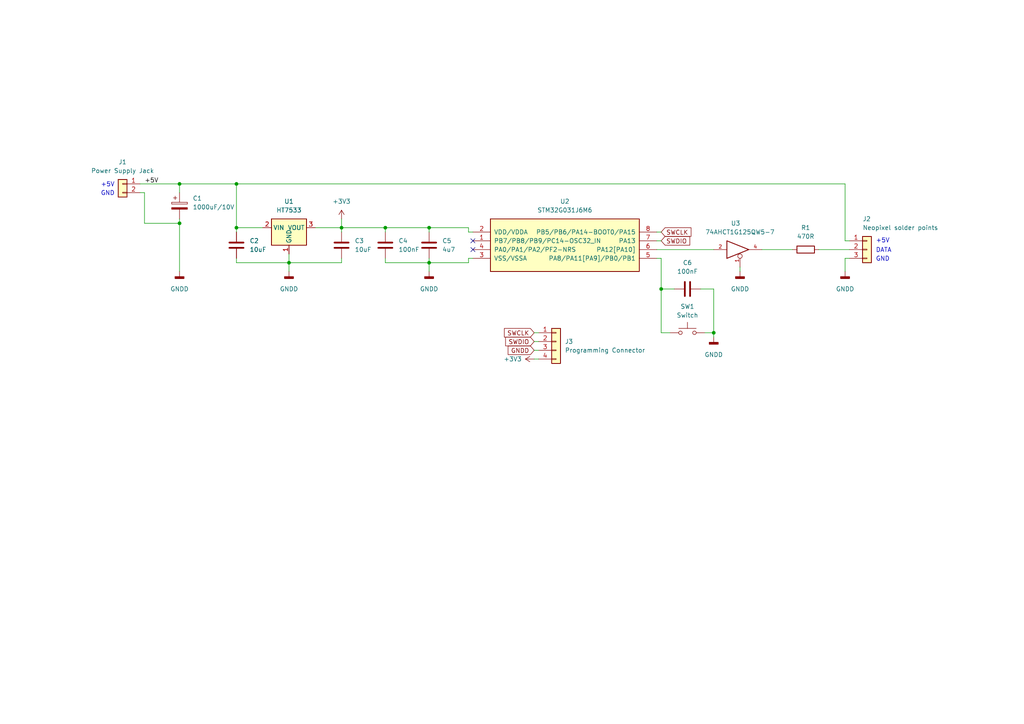
<source format=kicad_sch>
(kicad_sch (version 20211123) (generator eeschema)

  (uuid a4cc4f2d-ef71-44b5-8670-3f57151fb803)

  (paper "A4")

  (title_block
    (title "Neopixel LED Star")
    (date "2022-09-18")
    (company "Richi")
  )

  (lib_symbols
    (symbol "Neopixel_LED_Star:+3.3V" (power) (pin_names (offset 0)) (in_bom yes) (on_board yes)
      (property "Reference" "#PWR" (id 0) (at 0 -3.81 0)
        (effects (font (size 1.27 1.27)) hide)
      )
      (property "Value" "+3.3V" (id 1) (at 0 3.556 0)
        (effects (font (size 1.27 1.27)))
      )
      (property "Footprint" "" (id 2) (at 0 0 0)
        (effects (font (size 1.27 1.27)) hide)
      )
      (property "Datasheet" "" (id 3) (at 0 0 0)
        (effects (font (size 1.27 1.27)) hide)
      )
      (property "ki_keywords" "power-flag" (id 4) (at 0 0 0)
        (effects (font (size 1.27 1.27)) hide)
      )
      (property "ki_description" "Power symbol creates a global label with name \"+3.3V\"" (id 5) (at 0 0 0)
        (effects (font (size 1.27 1.27)) hide)
      )
      (symbol "+3.3V_0_1"
        (polyline
          (pts
            (xy -0.762 1.27)
            (xy 0 2.54)
          )
          (stroke (width 0) (type default) (color 0 0 0 0))
          (fill (type none))
        )
        (polyline
          (pts
            (xy 0 0)
            (xy 0 2.54)
          )
          (stroke (width 0) (type default) (color 0 0 0 0))
          (fill (type none))
        )
        (polyline
          (pts
            (xy 0 2.54)
            (xy 0.762 1.27)
          )
          (stroke (width 0) (type default) (color 0 0 0 0))
          (fill (type none))
        )
      )
      (symbol "+3.3V_1_1"
        (pin power_in line (at 0 0 90) (length 0) hide
          (name "+3V3" (effects (font (size 1.27 1.27))))
          (number "1" (effects (font (size 1.27 1.27))))
        )
      )
    )
    (symbol "Neopixel_LED_Star:74AHCT1G125QW5-7" (pin_names (offset 1.016)) (in_bom yes) (on_board yes)
      (property "Reference" "U?" (id 0) (at -0.635 5.08 0)
        (effects (font (size 1.27 1.27)))
      )
      (property "Value" "74AHCT1G125QW5-7" (id 1) (at -0.635 7.62 0)
        (effects (font (size 1.27 1.27)))
      )
      (property "Footprint" "" (id 2) (at 0 0 0)
        (effects (font (size 1.27 1.27)) hide)
      )
      (property "Datasheet" "http://www.ti.com/lit/sg/scyt129e/scyt129e.pdf" (id 3) (at 0 0 0)
        (effects (font (size 1.27 1.27)) hide)
      )
      (property "ki_keywords" "Single Gate Buff Tri-State LVC CMOS" (id 4) (at 0 0 0)
        (effects (font (size 1.27 1.27)) hide)
      )
      (property "ki_description" "Single Buffer Gate Tri-State, Low-Voltage CMOS" (id 5) (at 0 0 0)
        (effects (font (size 1.27 1.27)) hide)
      )
      (property "ki_fp_filters" "SOT* SG-*" (id 6) (at 0 0 0)
        (effects (font (size 1.27 1.27)) hide)
      )
      (symbol "74AHCT1G125QW5-7_0_1"
        (polyline
          (pts
            (xy -3.81 2.54)
            (xy -3.81 -2.54)
            (xy 2.54 0)
            (xy -3.81 2.54)
          )
          (stroke (width 0.254) (type default) (color 0 0 0 0))
          (fill (type none))
        )
      )
      (symbol "74AHCT1G125QW5-7_1_1"
        (pin input inverted (at 0 5.08 270) (length 3.81)
          (name "~" (effects (font (size 1.016 1.016))))
          (number "1" (effects (font (size 1.016 1.016))))
        )
        (pin input line (at -7.62 0 0) (length 3.81)
          (name "~" (effects (font (size 1.016 1.016))))
          (number "2" (effects (font (size 1.016 1.016))))
        )
        (pin power_in line (at 1.27 -1.27 270) (length 0) hide
          (name "GNDD" (effects (font (size 1.016 1.016))))
          (number "3" (effects (font (size 1.016 1.016))))
        )
        (pin tri_state line (at 6.35 0 180) (length 3.81)
          (name "~" (effects (font (size 1.016 1.016))))
          (number "4" (effects (font (size 1.016 1.016))))
        )
        (pin power_in line (at 1.27 1.27 90) (length 0) hide
          (name "+5V" (effects (font (size 1.016 1.016))))
          (number "5" (effects (font (size 1.016 1.016))))
        )
      )
    )
    (symbol "Neopixel_LED_Star:C" (pin_numbers hide) (pin_names (offset 0.254)) (in_bom yes) (on_board yes)
      (property "Reference" "C" (id 0) (at 0.635 2.54 0)
        (effects (font (size 1.27 1.27)) (justify left))
      )
      (property "Value" "C" (id 1) (at 0.635 -2.54 0)
        (effects (font (size 1.27 1.27)) (justify left))
      )
      (property "Footprint" "" (id 2) (at 0.9652 -3.81 0)
        (effects (font (size 1.27 1.27)) hide)
      )
      (property "Datasheet" "~" (id 3) (at 0 0 0)
        (effects (font (size 1.27 1.27)) hide)
      )
      (property "ki_keywords" "cap capacitor" (id 4) (at 0 0 0)
        (effects (font (size 1.27 1.27)) hide)
      )
      (property "ki_description" "Unpolarized capacitor" (id 5) (at 0 0 0)
        (effects (font (size 1.27 1.27)) hide)
      )
      (property "ki_fp_filters" "C_*" (id 6) (at 0 0 0)
        (effects (font (size 1.27 1.27)) hide)
      )
      (symbol "C_0_1"
        (polyline
          (pts
            (xy -2.032 -0.762)
            (xy 2.032 -0.762)
          )
          (stroke (width 0.508) (type default) (color 0 0 0 0))
          (fill (type none))
        )
        (polyline
          (pts
            (xy -2.032 0.762)
            (xy 2.032 0.762)
          )
          (stroke (width 0.508) (type default) (color 0 0 0 0))
          (fill (type none))
        )
      )
      (symbol "C_1_1"
        (pin passive line (at 0 3.81 270) (length 2.794)
          (name "~" (effects (font (size 1.27 1.27))))
          (number "1" (effects (font (size 1.27 1.27))))
        )
        (pin passive line (at 0 -3.81 90) (length 2.794)
          (name "~" (effects (font (size 1.27 1.27))))
          (number "2" (effects (font (size 1.27 1.27))))
        )
      )
    )
    (symbol "Neopixel_LED_Star:C_Polarized" (pin_numbers hide) (pin_names (offset 0.254)) (in_bom yes) (on_board yes)
      (property "Reference" "C" (id 0) (at 0.635 2.54 0)
        (effects (font (size 1.27 1.27)) (justify left))
      )
      (property "Value" "C_Polarized" (id 1) (at 0.635 -2.54 0)
        (effects (font (size 1.27 1.27)) (justify left))
      )
      (property "Footprint" "" (id 2) (at 0.9652 -3.81 0)
        (effects (font (size 1.27 1.27)) hide)
      )
      (property "Datasheet" "~" (id 3) (at 0 0 0)
        (effects (font (size 1.27 1.27)) hide)
      )
      (property "ki_keywords" "cap capacitor" (id 4) (at 0 0 0)
        (effects (font (size 1.27 1.27)) hide)
      )
      (property "ki_description" "Polarized capacitor" (id 5) (at 0 0 0)
        (effects (font (size 1.27 1.27)) hide)
      )
      (property "ki_fp_filters" "CP_*" (id 6) (at 0 0 0)
        (effects (font (size 1.27 1.27)) hide)
      )
      (symbol "C_Polarized_0_1"
        (rectangle (start -2.286 0.508) (end 2.286 1.016)
          (stroke (width 0) (type default) (color 0 0 0 0))
          (fill (type none))
        )
        (polyline
          (pts
            (xy -1.778 2.286)
            (xy -0.762 2.286)
          )
          (stroke (width 0) (type default) (color 0 0 0 0))
          (fill (type none))
        )
        (polyline
          (pts
            (xy -1.27 2.794)
            (xy -1.27 1.778)
          )
          (stroke (width 0) (type default) (color 0 0 0 0))
          (fill (type none))
        )
        (rectangle (start 2.286 -0.508) (end -2.286 -1.016)
          (stroke (width 0) (type default) (color 0 0 0 0))
          (fill (type outline))
        )
      )
      (symbol "C_Polarized_1_1"
        (pin passive line (at 0 3.81 270) (length 2.794)
          (name "~" (effects (font (size 1.27 1.27))))
          (number "1" (effects (font (size 1.27 1.27))))
        )
        (pin passive line (at 0 -3.81 90) (length 2.794)
          (name "~" (effects (font (size 1.27 1.27))))
          (number "2" (effects (font (size 1.27 1.27))))
        )
      )
    )
    (symbol "Neopixel_LED_Star:Conn_01x02" (pin_names (offset 1.016) hide) (in_bom yes) (on_board yes)
      (property "Reference" "J" (id 0) (at 0 2.54 0)
        (effects (font (size 1.27 1.27)))
      )
      (property "Value" "Conn_01x02" (id 1) (at 0 -5.08 0)
        (effects (font (size 1.27 1.27)))
      )
      (property "Footprint" "" (id 2) (at 0 0 0)
        (effects (font (size 1.27 1.27)) hide)
      )
      (property "Datasheet" "~" (id 3) (at 0 0 0)
        (effects (font (size 1.27 1.27)) hide)
      )
      (property "ki_keywords" "connector" (id 4) (at 0 0 0)
        (effects (font (size 1.27 1.27)) hide)
      )
      (property "ki_description" "Generic connector, single row, 01x02, script generated (kicad-library-utils/schlib/autogen/connector/)" (id 5) (at 0 0 0)
        (effects (font (size 1.27 1.27)) hide)
      )
      (property "ki_fp_filters" "Connector*:*_1x??_*" (id 6) (at 0 0 0)
        (effects (font (size 1.27 1.27)) hide)
      )
      (symbol "Conn_01x02_1_1"
        (rectangle (start -1.27 -2.413) (end 0 -2.667)
          (stroke (width 0.1524) (type default) (color 0 0 0 0))
          (fill (type none))
        )
        (rectangle (start -1.27 0.127) (end 0 -0.127)
          (stroke (width 0.1524) (type default) (color 0 0 0 0))
          (fill (type none))
        )
        (rectangle (start -1.27 1.27) (end 1.27 -3.81)
          (stroke (width 0.254) (type default) (color 0 0 0 0))
          (fill (type background))
        )
        (pin passive line (at -5.08 0 0) (length 3.81)
          (name "Pin_1" (effects (font (size 1.27 1.27))))
          (number "1" (effects (font (size 1.27 1.27))))
        )
        (pin passive line (at -5.08 -2.54 0) (length 3.81)
          (name "Pin_2" (effects (font (size 1.27 1.27))))
          (number "2" (effects (font (size 1.27 1.27))))
        )
      )
    )
    (symbol "Neopixel_LED_Star:Conn_01x03" (pin_names (offset 1.016) hide) (in_bom yes) (on_board yes)
      (property "Reference" "J" (id 0) (at 0 5.08 0)
        (effects (font (size 1.27 1.27)))
      )
      (property "Value" "Conn_01x03" (id 1) (at 0 -5.08 0)
        (effects (font (size 1.27 1.27)))
      )
      (property "Footprint" "" (id 2) (at 0 0 0)
        (effects (font (size 1.27 1.27)) hide)
      )
      (property "Datasheet" "~" (id 3) (at 0 0 0)
        (effects (font (size 1.27 1.27)) hide)
      )
      (property "ki_keywords" "connector" (id 4) (at 0 0 0)
        (effects (font (size 1.27 1.27)) hide)
      )
      (property "ki_description" "Generic connector, single row, 01x03, script generated (kicad-library-utils/schlib/autogen/connector/)" (id 5) (at 0 0 0)
        (effects (font (size 1.27 1.27)) hide)
      )
      (property "ki_fp_filters" "Connector*:*_1x??_*" (id 6) (at 0 0 0)
        (effects (font (size 1.27 1.27)) hide)
      )
      (symbol "Conn_01x03_1_1"
        (rectangle (start -1.27 -2.413) (end 0 -2.667)
          (stroke (width 0.1524) (type default) (color 0 0 0 0))
          (fill (type none))
        )
        (rectangle (start -1.27 0.127) (end 0 -0.127)
          (stroke (width 0.1524) (type default) (color 0 0 0 0))
          (fill (type none))
        )
        (rectangle (start -1.27 2.667) (end 0 2.413)
          (stroke (width 0.1524) (type default) (color 0 0 0 0))
          (fill (type none))
        )
        (rectangle (start -1.27 3.81) (end 1.27 -3.81)
          (stroke (width 0.254) (type default) (color 0 0 0 0))
          (fill (type background))
        )
        (pin passive line (at -5.08 2.54 0) (length 3.81)
          (name "Pin_1" (effects (font (size 1.27 1.27))))
          (number "1" (effects (font (size 1.27 1.27))))
        )
        (pin passive line (at -5.08 0 0) (length 3.81)
          (name "Pin_2" (effects (font (size 1.27 1.27))))
          (number "2" (effects (font (size 1.27 1.27))))
        )
        (pin passive line (at -5.08 -2.54 0) (length 3.81)
          (name "Pin_3" (effects (font (size 1.27 1.27))))
          (number "3" (effects (font (size 1.27 1.27))))
        )
      )
    )
    (symbol "Neopixel_LED_Star:Conn_01x04" (pin_names (offset 1.016) hide) (in_bom yes) (on_board yes)
      (property "Reference" "J" (id 0) (at 0 5.08 0)
        (effects (font (size 1.27 1.27)))
      )
      (property "Value" "Conn_01x04" (id 1) (at 0 -7.62 0)
        (effects (font (size 1.27 1.27)))
      )
      (property "Footprint" "" (id 2) (at 0 0 0)
        (effects (font (size 1.27 1.27)) hide)
      )
      (property "Datasheet" "~" (id 3) (at 0 0 0)
        (effects (font (size 1.27 1.27)) hide)
      )
      (property "ki_keywords" "connector" (id 4) (at 0 0 0)
        (effects (font (size 1.27 1.27)) hide)
      )
      (property "ki_description" "Generic connector, single row, 01x04, script generated (kicad-library-utils/schlib/autogen/connector/)" (id 5) (at 0 0 0)
        (effects (font (size 1.27 1.27)) hide)
      )
      (property "ki_fp_filters" "Connector*:*_1x??_*" (id 6) (at 0 0 0)
        (effects (font (size 1.27 1.27)) hide)
      )
      (symbol "Conn_01x04_1_1"
        (rectangle (start -1.27 -4.953) (end 0 -5.207)
          (stroke (width 0.1524) (type default) (color 0 0 0 0))
          (fill (type none))
        )
        (rectangle (start -1.27 -2.413) (end 0 -2.667)
          (stroke (width 0.1524) (type default) (color 0 0 0 0))
          (fill (type none))
        )
        (rectangle (start -1.27 0.127) (end 0 -0.127)
          (stroke (width 0.1524) (type default) (color 0 0 0 0))
          (fill (type none))
        )
        (rectangle (start -1.27 2.667) (end 0 2.413)
          (stroke (width 0.1524) (type default) (color 0 0 0 0))
          (fill (type none))
        )
        (rectangle (start -1.27 3.81) (end 1.27 -6.35)
          (stroke (width 0.254) (type default) (color 0 0 0 0))
          (fill (type background))
        )
        (pin passive line (at -5.08 2.54 0) (length 3.81)
          (name "Pin_1" (effects (font (size 1.27 1.27))))
          (number "1" (effects (font (size 1.27 1.27))))
        )
        (pin passive line (at -5.08 0 0) (length 3.81)
          (name "Pin_2" (effects (font (size 1.27 1.27))))
          (number "2" (effects (font (size 1.27 1.27))))
        )
        (pin passive line (at -5.08 -2.54 0) (length 3.81)
          (name "Pin_3" (effects (font (size 1.27 1.27))))
          (number "3" (effects (font (size 1.27 1.27))))
        )
        (pin passive line (at -5.08 -5.08 0) (length 3.81)
          (name "Pin_4" (effects (font (size 1.27 1.27))))
          (number "4" (effects (font (size 1.27 1.27))))
        )
      )
    )
    (symbol "Neopixel_LED_Star:GNDD" (power) (pin_names (offset 0)) (in_bom yes) (on_board yes)
      (property "Reference" "#PWR" (id 0) (at 0 -6.35 0)
        (effects (font (size 1.27 1.27)) hide)
      )
      (property "Value" "GNDD" (id 1) (at 0 -3.175 0)
        (effects (font (size 1.27 1.27)))
      )
      (property "Footprint" "" (id 2) (at 0 0 0)
        (effects (font (size 1.27 1.27)) hide)
      )
      (property "Datasheet" "" (id 3) (at 0 0 0)
        (effects (font (size 1.27 1.27)) hide)
      )
      (property "ki_keywords" "power-flag" (id 4) (at 0 0 0)
        (effects (font (size 1.27 1.27)) hide)
      )
      (property "ki_description" "Power symbol creates a global label with name \"GNDD\" , digital ground" (id 5) (at 0 0 0)
        (effects (font (size 1.27 1.27)) hide)
      )
      (symbol "GNDD_0_1"
        (rectangle (start -1.27 -1.524) (end 1.27 -2.032)
          (stroke (width 0.254) (type default) (color 0 0 0 0))
          (fill (type outline))
        )
        (polyline
          (pts
            (xy 0 0)
            (xy 0 -1.524)
          )
          (stroke (width 0) (type default) (color 0 0 0 0))
          (fill (type none))
        )
      )
      (symbol "GNDD_1_1"
        (pin power_in line (at 0 0 270) (length 0) hide
          (name "GNDD" (effects (font (size 1.27 1.27))))
          (number "1" (effects (font (size 1.27 1.27))))
        )
      )
    )
    (symbol "Neopixel_LED_Star:HT75xx-1-SOT89" (in_bom yes) (on_board yes)
      (property "Reference" "U" (id 0) (at -5.08 -3.81 0)
        (effects (font (size 1.27 1.27)) (justify left))
      )
      (property "Value" "HT75xx-1-SOT89" (id 1) (at 0 6.35 0)
        (effects (font (size 1.27 1.27)))
      )
      (property "Footprint" "Package_TO_SOT_SMD:SOT-89-3" (id 2) (at 0 8.255 0)
        (effects (font (size 1.27 1.27) italic) hide)
      )
      (property "Datasheet" "https://www.holtek.com/documents/10179/116711/HT75xx-1v250.pdf" (id 3) (at 0 2.54 0)
        (effects (font (size 1.27 1.27)) hide)
      )
      (property "ki_keywords" "100mA LDO Regulator Fixed Positive" (id 4) (at 0 0 0)
        (effects (font (size 1.27 1.27)) hide)
      )
      (property "ki_description" "100mA Low Dropout Voltage Regulator, Fixed Output, SOT89" (id 5) (at 0 0 0)
        (effects (font (size 1.27 1.27)) hide)
      )
      (property "ki_fp_filters" "SOT?89*" (id 6) (at 0 0 0)
        (effects (font (size 1.27 1.27)) hide)
      )
      (symbol "HT75xx-1-SOT89_0_1"
        (rectangle (start -5.08 5.08) (end 5.08 -2.54)
          (stroke (width 0.254) (type default) (color 0 0 0 0))
          (fill (type background))
        )
      )
      (symbol "HT75xx-1-SOT89_1_1"
        (pin power_in line (at 0 -5.08 90) (length 2.54)
          (name "GND" (effects (font (size 1.27 1.27))))
          (number "1" (effects (font (size 1.27 1.27))))
        )
        (pin power_in line (at -7.62 2.54 0) (length 2.54)
          (name "VIN" (effects (font (size 1.27 1.27))))
          (number "2" (effects (font (size 1.27 1.27))))
        )
        (pin power_out line (at 7.62 2.54 180) (length 2.54)
          (name "VOUT" (effects (font (size 1.27 1.27))))
          (number "3" (effects (font (size 1.27 1.27))))
        )
      )
    )
    (symbol "Neopixel_LED_Star:R" (pin_numbers hide) (pin_names (offset 0)) (in_bom yes) (on_board yes)
      (property "Reference" "R" (id 0) (at 2.032 0 90)
        (effects (font (size 1.27 1.27)))
      )
      (property "Value" "R" (id 1) (at 0 0 90)
        (effects (font (size 1.27 1.27)))
      )
      (property "Footprint" "" (id 2) (at -1.778 0 90)
        (effects (font (size 1.27 1.27)) hide)
      )
      (property "Datasheet" "~" (id 3) (at 0 0 0)
        (effects (font (size 1.27 1.27)) hide)
      )
      (property "ki_keywords" "R res resistor" (id 4) (at 0 0 0)
        (effects (font (size 1.27 1.27)) hide)
      )
      (property "ki_description" "Resistor" (id 5) (at 0 0 0)
        (effects (font (size 1.27 1.27)) hide)
      )
      (property "ki_fp_filters" "R_*" (id 6) (at 0 0 0)
        (effects (font (size 1.27 1.27)) hide)
      )
      (symbol "R_0_1"
        (rectangle (start -1.016 -2.54) (end 1.016 2.54)
          (stroke (width 0.254) (type default) (color 0 0 0 0))
          (fill (type none))
        )
      )
      (symbol "R_1_1"
        (pin passive line (at 0 3.81 270) (length 1.27)
          (name "~" (effects (font (size 1.27 1.27))))
          (number "1" (effects (font (size 1.27 1.27))))
        )
        (pin passive line (at 0 -3.81 90) (length 1.27)
          (name "~" (effects (font (size 1.27 1.27))))
          (number "2" (effects (font (size 1.27 1.27))))
        )
      )
    )
    (symbol "Neopixel_LED_Star:STM32G031J6M6" (pin_names (offset 1.016)) (in_bom yes) (on_board yes)
      (property "Reference" "U" (id 0) (at -20.32 8.89 0)
        (effects (font (size 1.27 1.27)) (justify left))
      )
      (property "Value" "STM32G031J6M6" (id 1) (at 3.81 8.89 0)
        (effects (font (size 1.27 1.27)) (justify left))
      )
      (property "Footprint" "Neopixel_LED_Star:SOIC-8_3.9x4.9mm_P1.27mm" (id 2) (at 7.62 11.43 0)
        (effects (font (size 1.27 1.27)) hide)
      )
      (property "Datasheet" "https://www.st.com/resource/en/datasheet/stm32g031j6.pdf" (id 3) (at 1.27 -8.89 0)
        (effects (font (size 1.27 1.27)) hide)
      )
      (property "ki_description" "Arm® 32-bit Cortex®-M0+ CPU, frequency up to 64 MHz, 32kB Flash Memory, 8kB SRAM" (id 4) (at 0 0 0)
        (effects (font (size 1.27 1.27)) hide)
      )
      (property "ki_fp_filters" "DIP*W7.62mm*" (id 5) (at 0 0 0)
        (effects (font (size 1.27 1.27)) hide)
      )
      (symbol "STM32G031J6M6_0_1"
        (rectangle (start -21.59 7.62) (end 21.59 -7.62)
          (stroke (width 0.254) (type default) (color 0 0 0 0))
          (fill (type background))
        )
      )
      (symbol "STM32G031J6M6_1_1"
        (pin bidirectional line (at -26.67 1.27 0) (length 5.08)
          (name "PB7/PB8/PB9/PC14-OSC32_IN" (effects (font (size 1.27 1.27))))
          (number "1" (effects (font (size 1.27 1.27))))
        )
        (pin power_in line (at -26.67 3.81 0) (length 5.08)
          (name "VDD/VDDA" (effects (font (size 1.27 1.27))))
          (number "2" (effects (font (size 1.27 1.27))))
        )
        (pin power_in line (at -26.67 -3.81 0) (length 5.08)
          (name "VSS/VSSA" (effects (font (size 1.27 1.27))))
          (number "3" (effects (font (size 1.27 1.27))))
        )
        (pin bidirectional line (at -26.67 -1.27 0) (length 5.08)
          (name "PA0/PA1/PA2/PF2-NRS" (effects (font (size 1.27 1.27))))
          (number "4" (effects (font (size 1.27 1.27))))
        )
        (pin bidirectional line (at 26.67 -3.81 180) (length 5.08)
          (name "PA8/PA11[PA9]/PB0/PB1" (effects (font (size 1.27 1.27))))
          (number "5" (effects (font (size 1.27 1.27))))
        )
        (pin bidirectional line (at 26.67 -1.27 180) (length 5.08)
          (name "PA12[PA10]" (effects (font (size 1.27 1.27))))
          (number "6" (effects (font (size 1.27 1.27))))
        )
        (pin bidirectional line (at 26.67 1.27 180) (length 5.08)
          (name "PA13" (effects (font (size 1.27 1.27))))
          (number "7" (effects (font (size 1.27 1.27))))
        )
        (pin bidirectional line (at 26.67 3.81 180) (length 5.08)
          (name "PB5/PB6/PA14-BOOT0/PA15" (effects (font (size 1.27 1.27))))
          (number "8" (effects (font (size 1.27 1.27))))
        )
      )
    )
    (symbol "Neopixel_LED_Star:SW_Push" (pin_numbers hide) (pin_names (offset 1.016) hide) (in_bom yes) (on_board yes)
      (property "Reference" "SW" (id 0) (at 1.27 2.54 0)
        (effects (font (size 1.27 1.27)) (justify left))
      )
      (property "Value" "SW_Push" (id 1) (at 0 -1.524 0)
        (effects (font (size 1.27 1.27)))
      )
      (property "Footprint" "" (id 2) (at 0 5.08 0)
        (effects (font (size 1.27 1.27)) hide)
      )
      (property "Datasheet" "~" (id 3) (at 0 5.08 0)
        (effects (font (size 1.27 1.27)) hide)
      )
      (property "ki_keywords" "switch normally-open pushbutton push-button" (id 4) (at 0 0 0)
        (effects (font (size 1.27 1.27)) hide)
      )
      (property "ki_description" "Push button switch, generic, two pins" (id 5) (at 0 0 0)
        (effects (font (size 1.27 1.27)) hide)
      )
      (symbol "SW_Push_0_1"
        (circle (center -2.032 0) (radius 0.508)
          (stroke (width 0) (type default) (color 0 0 0 0))
          (fill (type none))
        )
        (polyline
          (pts
            (xy 0 1.27)
            (xy 0 3.048)
          )
          (stroke (width 0) (type default) (color 0 0 0 0))
          (fill (type none))
        )
        (polyline
          (pts
            (xy 2.54 1.27)
            (xy -2.54 1.27)
          )
          (stroke (width 0) (type default) (color 0 0 0 0))
          (fill (type none))
        )
        (circle (center 2.032 0) (radius 0.508)
          (stroke (width 0) (type default) (color 0 0 0 0))
          (fill (type none))
        )
        (pin passive line (at -5.08 0 0) (length 2.54)
          (name "1" (effects (font (size 1.27 1.27))))
          (number "1" (effects (font (size 1.27 1.27))))
        )
        (pin passive line (at 5.08 0 180) (length 2.54)
          (name "2" (effects (font (size 1.27 1.27))))
          (number "2" (effects (font (size 1.27 1.27))))
        )
      )
    )
  )

  (junction (at 52.07 64.77) (diameter 0) (color 0 0 0 0)
    (uuid 0e913b40-343d-481a-8f1d-18bc8e8d1bfb)
  )
  (junction (at 83.82 76.2) (diameter 0) (color 0 0 0 0)
    (uuid 440db21c-ba96-4b34-8292-551c8c552644)
  )
  (junction (at 68.58 53.34) (diameter 0) (color 0 0 0 0)
    (uuid 4a443d1e-76b0-4d92-a533-cf8f6d418619)
  )
  (junction (at 207.01 96.52) (diameter 0) (color 0 0 0 0)
    (uuid 5c83d577-ebde-4fff-bf2d-aa69012d2420)
  )
  (junction (at 124.46 76.2) (diameter 0) (color 0 0 0 0)
    (uuid 6010a981-36fc-4a3a-999e-a7debaf1c041)
  )
  (junction (at 99.06 66.04) (diameter 0) (color 0 0 0 0)
    (uuid 64cd260d-c9c5-4b28-9284-981278e6515f)
  )
  (junction (at 68.58 66.04) (diameter 0) (color 0 0 0 0)
    (uuid 748c31aa-4769-4f2f-878b-5ce65aab5c56)
  )
  (junction (at 191.77 83.82) (diameter 0) (color 0 0 0 0)
    (uuid bfb7e912-7d9f-445b-8fcd-23b67e6f2f18)
  )
  (junction (at 52.07 53.34) (diameter 0) (color 0 0 0 0)
    (uuid c8a11327-dace-4456-aa88-2e8268fad324)
  )
  (junction (at 124.46 66.04) (diameter 0) (color 0 0 0 0)
    (uuid d05aa788-8907-45b6-96ae-9da8401b45e0)
  )
  (junction (at 111.76 66.04) (diameter 0) (color 0 0 0 0)
    (uuid f1c59b04-39a3-403b-aa44-6df1cb551ee5)
  )

  (no_connect (at 137.16 72.39) (uuid 159103cd-024f-4054-92d5-90da38ecf4bc))
  (no_connect (at 137.16 69.85) (uuid 33425f31-f0e3-42c4-8a54-479321565491))

  (wire (pts (xy 137.16 74.93) (xy 135.89 74.93))
    (stroke (width 0) (type default) (color 0 0 0 0))
    (uuid 017738fd-d271-4904-b95d-962484258e53)
  )
  (wire (pts (xy 52.07 53.34) (xy 68.58 53.34))
    (stroke (width 0) (type default) (color 0 0 0 0))
    (uuid 05161986-aef5-4703-808d-3f31fb174663)
  )
  (wire (pts (xy 124.46 76.2) (xy 124.46 78.74))
    (stroke (width 0) (type default) (color 0 0 0 0))
    (uuid 06ab697f-1ea4-4ace-83a1-95eee03c3f89)
  )
  (wire (pts (xy 214.63 77.47) (xy 214.63 78.74))
    (stroke (width 0) (type default) (color 0 0 0 0))
    (uuid 07331ead-3972-4811-a85d-7618afb25866)
  )
  (wire (pts (xy 207.01 83.82) (xy 207.01 96.52))
    (stroke (width 0) (type default) (color 0 0 0 0))
    (uuid 0b9114e4-9082-4460-a8d8-98944b74f7cf)
  )
  (wire (pts (xy 190.5 74.93) (xy 191.77 74.93))
    (stroke (width 0) (type default) (color 0 0 0 0))
    (uuid 0c9e376b-f20f-412f-85e1-da087855dc86)
  )
  (wire (pts (xy 52.07 64.77) (xy 52.07 78.74))
    (stroke (width 0) (type default) (color 0 0 0 0))
    (uuid 11cc3ca8-d6f8-4da7-b75b-8463105768e5)
  )
  (wire (pts (xy 191.77 96.52) (xy 194.31 96.52))
    (stroke (width 0) (type default) (color 0 0 0 0))
    (uuid 144f2378-5687-4325-bb5a-3dbe768d32f0)
  )
  (wire (pts (xy 190.5 72.39) (xy 207.01 72.39))
    (stroke (width 0) (type default) (color 0 0 0 0))
    (uuid 17be4971-d604-4168-afd3-f713680d0e29)
  )
  (wire (pts (xy 111.76 76.2) (xy 124.46 76.2))
    (stroke (width 0) (type default) (color 0 0 0 0))
    (uuid 1a3188c0-6740-42ca-a4a6-d9c6d9292a58)
  )
  (wire (pts (xy 207.01 83.82) (xy 203.2 83.82))
    (stroke (width 0) (type default) (color 0 0 0 0))
    (uuid 20e438ac-1607-4f37-b9dc-fd2730388281)
  )
  (wire (pts (xy 68.58 53.34) (xy 68.58 66.04))
    (stroke (width 0) (type default) (color 0 0 0 0))
    (uuid 221ff643-f1f9-4fe4-8224-4bf35a33ce56)
  )
  (wire (pts (xy 124.46 66.04) (xy 124.46 67.31))
    (stroke (width 0) (type default) (color 0 0 0 0))
    (uuid 240339b7-c365-4d00-aa51-b5672be00bf6)
  )
  (wire (pts (xy 124.46 74.93) (xy 124.46 76.2))
    (stroke (width 0) (type default) (color 0 0 0 0))
    (uuid 2a2d71ed-9e79-47dd-ad65-1738ca9031a1)
  )
  (wire (pts (xy 135.89 67.31) (xy 135.89 66.04))
    (stroke (width 0) (type default) (color 0 0 0 0))
    (uuid 326da5e4-0ef0-4089-a465-91be3c40d6e8)
  )
  (wire (pts (xy 99.06 76.2) (xy 99.06 74.93))
    (stroke (width 0) (type default) (color 0 0 0 0))
    (uuid 3559dc45-f414-4bec-8af6-98bc7c6f2c37)
  )
  (wire (pts (xy 190.5 67.31) (xy 191.77 67.31))
    (stroke (width 0) (type default) (color 0 0 0 0))
    (uuid 38d9653a-77aa-46f2-965d-4d28ab62eeeb)
  )
  (wire (pts (xy 111.76 66.04) (xy 124.46 66.04))
    (stroke (width 0) (type default) (color 0 0 0 0))
    (uuid 404b37b0-7a7f-45fe-b19b-67d2b6c15144)
  )
  (wire (pts (xy 245.11 53.34) (xy 245.11 69.85))
    (stroke (width 0) (type default) (color 0 0 0 0))
    (uuid 433d9033-b269-411e-96f8-7a79423c3cf3)
  )
  (wire (pts (xy 137.16 67.31) (xy 135.89 67.31))
    (stroke (width 0) (type default) (color 0 0 0 0))
    (uuid 45f87fa8-def2-449e-a619-f72b0cc4e920)
  )
  (wire (pts (xy 52.07 53.34) (xy 52.07 55.88))
    (stroke (width 0) (type default) (color 0 0 0 0))
    (uuid 4956606f-c3a1-4b25-9fcd-6b7a05ec9e23)
  )
  (wire (pts (xy 40.64 55.88) (xy 41.91 55.88))
    (stroke (width 0) (type default) (color 0 0 0 0))
    (uuid 4bee6c94-38cc-4f9d-9c55-2429a3b4613e)
  )
  (wire (pts (xy 154.94 96.52) (xy 156.21 96.52))
    (stroke (width 0) (type default) (color 0 0 0 0))
    (uuid 57040c90-0a6e-4505-857e-7576f0249fbb)
  )
  (wire (pts (xy 207.01 96.52) (xy 207.01 97.79))
    (stroke (width 0) (type default) (color 0 0 0 0))
    (uuid 5c3c9fa9-1d5d-4884-918a-1d95662a4e55)
  )
  (wire (pts (xy 68.58 53.34) (xy 245.11 53.34))
    (stroke (width 0) (type default) (color 0 0 0 0))
    (uuid 5f2171e7-4bb9-4bd8-812c-92b4993c9fa9)
  )
  (wire (pts (xy 99.06 66.04) (xy 99.06 67.31))
    (stroke (width 0) (type default) (color 0 0 0 0))
    (uuid 687f88a9-1e2d-46f9-a22d-fb43f23dd2fb)
  )
  (wire (pts (xy 52.07 64.77) (xy 52.07 63.5))
    (stroke (width 0) (type default) (color 0 0 0 0))
    (uuid 6a9685e8-6f61-4f2d-b73c-ce4f5eb7fe8a)
  )
  (wire (pts (xy 40.64 53.34) (xy 52.07 53.34))
    (stroke (width 0) (type default) (color 0 0 0 0))
    (uuid 6e9b795e-dc59-466c-9f30-e4b5897538d6)
  )
  (wire (pts (xy 191.77 83.82) (xy 195.58 83.82))
    (stroke (width 0) (type default) (color 0 0 0 0))
    (uuid 6f47e190-1c2a-4f78-94e7-6ebf972dc971)
  )
  (wire (pts (xy 99.06 66.04) (xy 111.76 66.04))
    (stroke (width 0) (type default) (color 0 0 0 0))
    (uuid 74228562-26a3-49bb-b05d-27555245dd10)
  )
  (wire (pts (xy 124.46 76.2) (xy 135.89 76.2))
    (stroke (width 0) (type default) (color 0 0 0 0))
    (uuid 7e9571c3-ec0d-4334-b3bb-edf3f093ae2b)
  )
  (wire (pts (xy 83.82 76.2) (xy 99.06 76.2))
    (stroke (width 0) (type default) (color 0 0 0 0))
    (uuid 872f8c31-5c6f-40f6-8e99-cfea81e2558d)
  )
  (wire (pts (xy 111.76 74.93) (xy 111.76 76.2))
    (stroke (width 0) (type default) (color 0 0 0 0))
    (uuid 952add73-8966-4cec-85bb-a4f4529e3f5d)
  )
  (wire (pts (xy 191.77 83.82) (xy 191.77 96.52))
    (stroke (width 0) (type default) (color 0 0 0 0))
    (uuid 9c52467f-56ec-45fd-be55-df97c17389dd)
  )
  (wire (pts (xy 41.91 55.88) (xy 41.91 64.77))
    (stroke (width 0) (type default) (color 0 0 0 0))
    (uuid 9e4f6a0e-68fe-4a94-9cbb-5632a3f6bff6)
  )
  (wire (pts (xy 68.58 74.93) (xy 68.58 76.2))
    (stroke (width 0) (type default) (color 0 0 0 0))
    (uuid a203cee5-b233-4306-92f4-74ab001ecdca)
  )
  (wire (pts (xy 190.5 69.85) (xy 191.77 69.85))
    (stroke (width 0) (type default) (color 0 0 0 0))
    (uuid a8328408-8478-4413-aaf5-c5b40a1b1469)
  )
  (wire (pts (xy 135.89 74.93) (xy 135.89 76.2))
    (stroke (width 0) (type default) (color 0 0 0 0))
    (uuid aa00eabd-8799-4632-b8c0-f1acebf9a852)
  )
  (wire (pts (xy 207.01 96.52) (xy 204.47 96.52))
    (stroke (width 0) (type default) (color 0 0 0 0))
    (uuid aa92c36f-8f68-47e3-88f4-4482a10e72d1)
  )
  (wire (pts (xy 111.76 67.31) (xy 111.76 66.04))
    (stroke (width 0) (type default) (color 0 0 0 0))
    (uuid aef22933-fe55-4207-ba01-2e17c77dd138)
  )
  (wire (pts (xy 191.77 74.93) (xy 191.77 83.82))
    (stroke (width 0) (type default) (color 0 0 0 0))
    (uuid b2457144-ca41-4b38-ad0b-9f8e789e6955)
  )
  (wire (pts (xy 41.91 64.77) (xy 52.07 64.77))
    (stroke (width 0) (type default) (color 0 0 0 0))
    (uuid bab54a7f-6259-48fc-9d92-551a97d28396)
  )
  (wire (pts (xy 99.06 63.5) (xy 99.06 66.04))
    (stroke (width 0) (type default) (color 0 0 0 0))
    (uuid c1991aaa-fef9-44c9-95b4-647769177344)
  )
  (wire (pts (xy 154.94 101.6) (xy 156.21 101.6))
    (stroke (width 0) (type default) (color 0 0 0 0))
    (uuid d1099e3b-c053-405b-b0a5-ddfa9952afdc)
  )
  (wire (pts (xy 124.46 66.04) (xy 135.89 66.04))
    (stroke (width 0) (type default) (color 0 0 0 0))
    (uuid d53e4daa-867d-4368-9f24-61dc8cfddd82)
  )
  (wire (pts (xy 220.98 72.39) (xy 229.87 72.39))
    (stroke (width 0) (type default) (color 0 0 0 0))
    (uuid d9f6b8fd-c3ed-4ba4-bd7e-14a5c0c2e215)
  )
  (wire (pts (xy 91.44 66.04) (xy 99.06 66.04))
    (stroke (width 0) (type default) (color 0 0 0 0))
    (uuid da8c8680-8408-414a-84e8-729ff5a5e4a4)
  )
  (wire (pts (xy 76.2 66.04) (xy 68.58 66.04))
    (stroke (width 0) (type default) (color 0 0 0 0))
    (uuid da9ad636-f42e-4eff-aafa-63d689a9ea29)
  )
  (wire (pts (xy 237.49 72.39) (xy 246.38 72.39))
    (stroke (width 0) (type default) (color 0 0 0 0))
    (uuid dbb7a4ce-974e-4e4c-8db9-50b2d8f06323)
  )
  (wire (pts (xy 68.58 76.2) (xy 83.82 76.2))
    (stroke (width 0) (type default) (color 0 0 0 0))
    (uuid defb6ae4-c508-4d34-bfe4-88bf742c1587)
  )
  (wire (pts (xy 245.11 74.93) (xy 246.38 74.93))
    (stroke (width 0) (type default) (color 0 0 0 0))
    (uuid e3d4531d-f3c3-4890-a566-2cd9c48ba3c8)
  )
  (wire (pts (xy 68.58 66.04) (xy 68.58 67.31))
    (stroke (width 0) (type default) (color 0 0 0 0))
    (uuid eb1551b4-ccd6-4cab-a610-ff8f92c004cd)
  )
  (wire (pts (xy 154.94 104.14) (xy 156.21 104.14))
    (stroke (width 0) (type default) (color 0 0 0 0))
    (uuid ece74883-95ca-44f0-9820-e463fe5a1d46)
  )
  (wire (pts (xy 154.94 99.06) (xy 156.21 99.06))
    (stroke (width 0) (type default) (color 0 0 0 0))
    (uuid f009178f-b811-45c7-8d56-39bc3e1ce5e5)
  )
  (wire (pts (xy 245.11 74.93) (xy 245.11 78.74))
    (stroke (width 0) (type default) (color 0 0 0 0))
    (uuid f09ed718-8954-42b1-a884-c302f1218188)
  )
  (wire (pts (xy 83.82 73.66) (xy 83.82 76.2))
    (stroke (width 0) (type default) (color 0 0 0 0))
    (uuid f1dff47a-c368-47c7-9fcd-18e20a1e889d)
  )
  (wire (pts (xy 245.11 69.85) (xy 246.38 69.85))
    (stroke (width 0) (type default) (color 0 0 0 0))
    (uuid fae8e6c8-83ea-4685-a0b5-1e3ab556f6a6)
  )
  (wire (pts (xy 83.82 76.2) (xy 83.82 78.74))
    (stroke (width 0) (type default) (color 0 0 0 0))
    (uuid fdf4ccd4-c129-4dbe-9de9-2882c5625a4f)
  )

  (text "+5V" (at 29.21 54.356 0)
    (effects (font (size 1.27 1.27)) (justify left bottom))
    (uuid 0bd1abbb-8656-4ff7-b47f-0db525b1bbc4)
  )
  (text "+5V" (at 254 70.612 0)
    (effects (font (size 1.27 1.27)) (justify left bottom))
    (uuid 2b6fb2af-d064-4842-ab10-e4ea78e11f79)
  )
  (text "DATA" (at 254 73.406 0)
    (effects (font (size 1.27 1.27)) (justify left bottom))
    (uuid 362ba015-400b-49d5-93a4-ceff82f6bd9f)
  )
  (text "GND" (at 254 75.946 0)
    (effects (font (size 1.27 1.27)) (justify left bottom))
    (uuid 598de062-6fcd-4eed-a370-ec96def4543a)
  )
  (text "GND" (at 29.21 56.896 0)
    (effects (font (size 1.27 1.27)) (justify left bottom))
    (uuid cf964764-5166-4c00-9b21-71fef13b3a0a)
  )

  (label "+5V" (at 41.91 53.34 0)
    (effects (font (size 1.27 1.27)) (justify left bottom))
    (uuid 8ac61c81-8883-4aec-8235-12102a9539e4)
  )

  (global_label "GNDD" (shape input) (at 154.94 101.6 180) (fields_autoplaced)
    (effects (font (size 1.27 1.27)) (justify right))
    (uuid 211d80dc-7fd0-429a-9765-5ed621554201)
    (property "Intersheet References" "${INTERSHEET_REFS}" (id 0) (at 147.3864 101.5206 0)
      (effects (font (size 1.27 1.27)) (justify right) hide)
    )
  )
  (global_label "SWCLK" (shape input) (at 154.94 96.52 180) (fields_autoplaced)
    (effects (font (size 1.27 1.27)) (justify right))
    (uuid 600e69bb-08bb-46d7-8846-78dd41cd17da)
    (property "Intersheet References" "${INTERSHEET_REFS}" (id 0) (at 146.2979 96.4406 0)
      (effects (font (size 1.27 1.27)) (justify right) hide)
    )
  )
  (global_label "SWCLK" (shape input) (at 191.77 67.31 0) (fields_autoplaced)
    (effects (font (size 1.27 1.27)) (justify left))
    (uuid 96293364-db9f-4341-8292-702b940da1be)
    (property "Intersheet References" "${INTERSHEET_REFS}" (id 0) (at 200.4121 67.2306 0)
      (effects (font (size 1.27 1.27)) (justify left) hide)
    )
  )
  (global_label "SWDIO" (shape input) (at 154.94 99.06 180) (fields_autoplaced)
    (effects (font (size 1.27 1.27)) (justify right))
    (uuid ab8c26d7-5bb3-4dc1-a80a-72e5412f6bd1)
    (property "Intersheet References" "${INTERSHEET_REFS}" (id 0) (at 146.6607 98.9806 0)
      (effects (font (size 1.27 1.27)) (justify right) hide)
    )
  )
  (global_label "SWDIO" (shape input) (at 191.77 69.85 0) (fields_autoplaced)
    (effects (font (size 1.27 1.27)) (justify left))
    (uuid aef41642-b55e-4d6b-bcc5-d5e9186c48a2)
    (property "Intersheet References" "${INTERSHEET_REFS}" (id 0) (at 200.0493 69.7706 0)
      (effects (font (size 1.27 1.27)) (justify left) hide)
    )
  )

  (symbol (lib_id "Neopixel_LED_Star:SW_Push") (at 199.39 96.52 0) (unit 1)
    (in_bom yes) (on_board yes)
    (uuid 0a772d0c-0492-4d94-bf47-0bc8e2e758fb)
    (property "Reference" "SW1" (id 0) (at 199.39 88.9 0))
    (property "Value" "Switch" (id 1) (at 199.39 91.44 0))
    (property "Footprint" "Neopixel_LED_Star:SW_PUSH_6mm_H4.3mm" (id 2) (at 199.39 91.44 0)
      (effects (font (size 1.27 1.27)) hide)
    )
    (property "Datasheet" "~" (id 3) (at 199.39 91.44 0)
      (effects (font (size 1.27 1.27)) hide)
    )
    (pin "1" (uuid ea703f21-6880-48a8-a461-49c3c335c35e))
    (pin "2" (uuid 888bfb88-ed0b-4225-ad12-672adae83945))
  )

  (symbol (lib_id "Neopixel_LED_Star:R") (at 233.68 72.39 90) (unit 1)
    (in_bom yes) (on_board yes) (fields_autoplaced)
    (uuid 253f9376-1cb7-4795-94e9-4eab75623271)
    (property "Reference" "R1" (id 0) (at 233.68 66.04 90))
    (property "Value" "470R" (id 1) (at 233.68 68.58 90))
    (property "Footprint" "Neopixel_LED_Star:R_1206_3216Metric" (id 2) (at 233.68 74.168 90)
      (effects (font (size 1.27 1.27)) hide)
    )
    (property "Datasheet" "~" (id 3) (at 233.68 72.39 0)
      (effects (font (size 1.27 1.27)) hide)
    )
    (pin "1" (uuid cf905668-d144-48c3-b832-5aab9ea31a55))
    (pin "2" (uuid 83f15c5a-2ae1-41ac-8332-a8be24d5b08d))
  )

  (symbol (lib_id "Neopixel_LED_Star:GNDD") (at 52.07 78.74 0) (unit 1)
    (in_bom yes) (on_board yes) (fields_autoplaced)
    (uuid 3001d2db-35e2-47b3-b7ac-f919ccbd1c38)
    (property "Reference" "#PWR02" (id 0) (at 52.07 85.09 0)
      (effects (font (size 1.27 1.27)) hide)
    )
    (property "Value" "GNDD" (id 1) (at 52.07 83.82 0))
    (property "Footprint" "" (id 2) (at 52.07 78.74 0)
      (effects (font (size 1.27 1.27)) hide)
    )
    (property "Datasheet" "" (id 3) (at 52.07 78.74 0)
      (effects (font (size 1.27 1.27)) hide)
    )
    (pin "1" (uuid 04046ce8-11a2-4d4d-ad7b-7b6fa442111f))
  )

  (symbol (lib_id "Neopixel_LED_Star:C") (at 111.76 71.12 0) (unit 1)
    (in_bom yes) (on_board yes) (fields_autoplaced)
    (uuid 42deff66-001d-4cf4-913b-b94c43ca595b)
    (property "Reference" "C4" (id 0) (at 115.57 69.8499 0)
      (effects (font (size 1.27 1.27)) (justify left))
    )
    (property "Value" "100nF" (id 1) (at 115.57 72.3899 0)
      (effects (font (size 1.27 1.27)) (justify left))
    )
    (property "Footprint" "Neopixel_LED_Star:C_1206_3216Metric" (id 2) (at 112.7252 74.93 0)
      (effects (font (size 1.27 1.27)) hide)
    )
    (property "Datasheet" "~" (id 3) (at 111.76 71.12 0)
      (effects (font (size 1.27 1.27)) hide)
    )
    (pin "1" (uuid c4ba2a29-5c07-4c4e-8f76-b5a0658a4f83))
    (pin "2" (uuid 37308480-b946-409c-9469-f8eeef18a9e5))
  )

  (symbol (lib_id "Neopixel_LED_Star:C") (at 199.39 83.82 90) (unit 1)
    (in_bom yes) (on_board yes) (fields_autoplaced)
    (uuid 4a2380a8-7a69-4399-900c-43ccc39db8c3)
    (property "Reference" "C6" (id 0) (at 199.39 76.2 90))
    (property "Value" "100nF" (id 1) (at 199.39 78.74 90))
    (property "Footprint" "Neopixel_LED_Star:C_1206_3216Metric" (id 2) (at 203.2 82.8548 0)
      (effects (font (size 1.27 1.27)) hide)
    )
    (property "Datasheet" "~" (id 3) (at 199.39 83.82 0)
      (effects (font (size 1.27 1.27)) hide)
    )
    (pin "1" (uuid f4a3f85b-4458-4257-9ff1-f5d79c5042ea))
    (pin "2" (uuid 25e1e13e-1a30-4737-a1f9-34ec3d4caf5a))
  )

  (symbol (lib_id "Neopixel_LED_Star:HT75xx-1-SOT89") (at 83.82 68.58 0) (unit 1)
    (in_bom yes) (on_board yes) (fields_autoplaced)
    (uuid 4acd728f-f217-47be-9f35-6dbe1607f37d)
    (property "Reference" "U1" (id 0) (at 83.82 58.42 0))
    (property "Value" "HT7533" (id 1) (at 83.82 60.96 0))
    (property "Footprint" "Neopixel_LED_Star:SOT-89-3" (id 2) (at 83.82 60.325 0)
      (effects (font (size 1.27 1.27) italic) hide)
    )
    (property "Datasheet" "https://www.holtek.com/documents/10179/116711/HT75xx-1v250.pdf" (id 3) (at 83.82 66.04 0)
      (effects (font (size 1.27 1.27)) hide)
    )
    (pin "1" (uuid 7757e868-853f-4cfb-a5fd-3547e2f482c3))
    (pin "2" (uuid a190dab1-cc71-41f4-bd8f-decf0879f8d8))
    (pin "3" (uuid a4e9e0ba-ac47-4d89-80aa-d01190df3d35))
  )

  (symbol (lib_id "Neopixel_LED_Star:GNDD") (at 214.63 78.74 0) (unit 1)
    (in_bom yes) (on_board yes) (fields_autoplaced)
    (uuid 5d8d916a-a765-444c-bd27-343aaa096bd6)
    (property "Reference" "#PWR05" (id 0) (at 214.63 85.09 0)
      (effects (font (size 1.27 1.27)) hide)
    )
    (property "Value" "GNDD" (id 1) (at 214.63 83.82 0))
    (property "Footprint" "" (id 2) (at 214.63 78.74 0)
      (effects (font (size 1.27 1.27)) hide)
    )
    (property "Datasheet" "" (id 3) (at 214.63 78.74 0)
      (effects (font (size 1.27 1.27)) hide)
    )
    (pin "1" (uuid 8d275433-3051-4e91-b7f1-886c7a3c2767))
  )

  (symbol (lib_id "Neopixel_LED_Star:+3.3V") (at 154.94 104.14 90) (mirror x) (unit 1)
    (in_bom yes) (on_board yes)
    (uuid 6222be37-6d5d-40c4-a314-9398d0bcf83e)
    (property "Reference" "#PWR08" (id 0) (at 158.75 104.14 0)
      (effects (font (size 1.27 1.27)) hide)
    )
    (property "Value" "+3.3V" (id 1) (at 146.05 104.14 90)
      (effects (font (size 1.27 1.27)) (justify right))
    )
    (property "Footprint" "" (id 2) (at 154.94 104.14 0)
      (effects (font (size 1.27 1.27)) hide)
    )
    (property "Datasheet" "" (id 3) (at 154.94 104.14 0)
      (effects (font (size 1.27 1.27)) hide)
    )
    (pin "1" (uuid babc8959-a870-4a12-ae1e-d05016beb81d))
  )

  (symbol (lib_id "Neopixel_LED_Star:STM32G031J6M6") (at 163.83 71.12 0) (unit 1)
    (in_bom yes) (on_board yes) (fields_autoplaced)
    (uuid 763a1df9-2cb6-4cf2-a772-b2d8cbd5461c)
    (property "Reference" "U2" (id 0) (at 163.83 58.42 0))
    (property "Value" "STM32G031J6M6" (id 1) (at 163.83 60.96 0))
    (property "Footprint" "Neopixel_LED_Star:SOIC-8_3.9x4.9mm_P1.27mm" (id 2) (at 171.45 59.69 0)
      (effects (font (size 1.27 1.27)) hide)
    )
    (property "Datasheet" "https://www.st.com/resource/en/datasheet/stm32g031j6.pdf" (id 3) (at 165.1 80.01 0)
      (effects (font (size 1.27 1.27)) hide)
    )
    (pin "1" (uuid 182895c1-c7aa-4ec9-be87-3b4b01424514))
    (pin "2" (uuid 41e6cdd8-c21f-422d-adce-7dceaeab257b))
    (pin "3" (uuid 8ef72ccc-4057-4bd4-9eaa-31564af0ab93))
    (pin "4" (uuid 204b7c12-fa61-4d55-b2ab-54cf44a1ccd9))
    (pin "5" (uuid d9d058cc-0b9c-4e94-9dfb-fd4002412143))
    (pin "6" (uuid d3e4d15a-8ccb-4cf7-ba5e-15f080f3f4a1))
    (pin "7" (uuid 0da81011-51c8-4b1f-ba2e-91d2cc87099c))
    (pin "8" (uuid b97fb3d4-a841-44cd-b961-b7749e36318d))
  )

  (symbol (lib_id "Neopixel_LED_Star:GNDD") (at 245.11 78.74 0) (unit 1)
    (in_bom yes) (on_board yes) (fields_autoplaced)
    (uuid a639135e-9120-4c42-acec-bbb2a617795c)
    (property "Reference" "#PWR06" (id 0) (at 245.11 85.09 0)
      (effects (font (size 1.27 1.27)) hide)
    )
    (property "Value" "GNDD" (id 1) (at 245.11 83.82 0))
    (property "Footprint" "" (id 2) (at 245.11 78.74 0)
      (effects (font (size 1.27 1.27)) hide)
    )
    (property "Datasheet" "" (id 3) (at 245.11 78.74 0)
      (effects (font (size 1.27 1.27)) hide)
    )
    (pin "1" (uuid f14f5a1d-5927-4571-a08d-95889f0d1fd4))
  )

  (symbol (lib_id "Neopixel_LED_Star:C") (at 68.58 71.12 0) (unit 1)
    (in_bom yes) (on_board yes) (fields_autoplaced)
    (uuid b5f38fd1-3f7b-4f52-95d7-68bf0ca3db67)
    (property "Reference" "C2" (id 0) (at 72.39 69.8499 0)
      (effects (font (size 1.27 1.27)) (justify left))
    )
    (property "Value" "10uF" (id 1) (at 72.39 72.3899 0)
      (effects (font (size 1.27 1.27)) (justify left))
    )
    (property "Footprint" "Neopixel_LED_Star:C_1206_3216Metric" (id 2) (at 69.5452 74.93 0)
      (effects (font (size 1.27 1.27)) hide)
    )
    (property "Datasheet" "~" (id 3) (at 68.58 71.12 0)
      (effects (font (size 1.27 1.27)) hide)
    )
    (pin "1" (uuid c368ab5e-1949-4be1-9c35-efca9dfc987b))
    (pin "2" (uuid 0f4bafce-4a90-4bd9-9f81-0fb8306ccb8a))
  )

  (symbol (lib_id "Neopixel_LED_Star:74AHCT1G125QW5-7") (at 214.63 72.39 0) (mirror x) (unit 1)
    (in_bom yes) (on_board yes)
    (uuid b8f8aebc-b140-4a2a-8380-027a3b641c3c)
    (property "Reference" "U3" (id 0) (at 213.36 64.77 0))
    (property "Value" "74AHCT1G125QW5-7" (id 1) (at 214.63 67.31 0))
    (property "Footprint" "Neopixel_LED_Star:SOT-23-5" (id 2) (at 214.63 72.39 0)
      (effects (font (size 1.27 1.27)) hide)
    )
    (property "Datasheet" "http://www.ti.com/lit/sg/scyt129e/scyt129e.pdf" (id 3) (at 214.63 72.39 0)
      (effects (font (size 1.27 1.27)) hide)
    )
    (pin "1" (uuid 22dfbfa2-8978-4ece-8623-d06ebc3da1b3))
    (pin "2" (uuid f2629dc1-d1d4-42e2-a7c2-84035a02daa6))
    (pin "3" (uuid cf0a8f05-78b4-4eed-8260-63c2caf7b69f))
    (pin "4" (uuid e5d9e307-95c7-4c6f-a7fd-f4e53a7d6d7d))
    (pin "5" (uuid 468ea0b7-d5c0-426d-8dd6-78d14f0561e0))
  )

  (symbol (lib_id "Neopixel_LED_Star:GNDD") (at 124.46 78.74 0) (unit 1)
    (in_bom yes) (on_board yes) (fields_autoplaced)
    (uuid b9dd013c-74e6-4d47-9549-691baa5b0b6a)
    (property "Reference" "#PWR04" (id 0) (at 124.46 85.09 0)
      (effects (font (size 1.27 1.27)) hide)
    )
    (property "Value" "GNDD" (id 1) (at 124.46 83.82 0))
    (property "Footprint" "" (id 2) (at 124.46 78.74 0)
      (effects (font (size 1.27 1.27)) hide)
    )
    (property "Datasheet" "" (id 3) (at 124.46 78.74 0)
      (effects (font (size 1.27 1.27)) hide)
    )
    (pin "1" (uuid 932542a4-aed1-4273-9470-f8c94429a374))
  )

  (symbol (lib_id "Neopixel_LED_Star:C") (at 99.06 71.12 0) (unit 1)
    (in_bom yes) (on_board yes) (fields_autoplaced)
    (uuid c3bad437-8542-427d-8c94-8ed49780dff0)
    (property "Reference" "C3" (id 0) (at 102.87 69.8499 0)
      (effects (font (size 1.27 1.27)) (justify left))
    )
    (property "Value" "10uF" (id 1) (at 102.87 72.3899 0)
      (effects (font (size 1.27 1.27)) (justify left))
    )
    (property "Footprint" "Neopixel_LED_Star:C_1206_3216Metric" (id 2) (at 100.0252 74.93 0)
      (effects (font (size 1.27 1.27)) hide)
    )
    (property "Datasheet" "~" (id 3) (at 99.06 71.12 0)
      (effects (font (size 1.27 1.27)) hide)
    )
    (pin "1" (uuid 6b62a4d6-5750-423a-b398-49a94594678e))
    (pin "2" (uuid 38d7703b-a165-4c0b-9ef0-59de0ef90ee9))
  )

  (symbol (lib_id "Neopixel_LED_Star:Conn_01x03") (at 251.46 72.39 0) (unit 1)
    (in_bom yes) (on_board yes)
    (uuid c64a84fc-97b7-4ba0-8087-edc23b02f7bc)
    (property "Reference" "J2" (id 0) (at 250.19 63.5 0)
      (effects (font (size 1.27 1.27)) (justify left))
    )
    (property "Value" "Neopixel solder points" (id 1) (at 250.19 66.04 0)
      (effects (font (size 1.27 1.27)) (justify left))
    )
    (property "Footprint" "Neopixel_LED_Star:PinHeader_1x03_P2.54mm_Vertical" (id 2) (at 251.46 72.39 0)
      (effects (font (size 1.27 1.27)) hide)
    )
    (property "Datasheet" "~" (id 3) (at 251.46 72.39 0)
      (effects (font (size 1.27 1.27)) hide)
    )
    (pin "1" (uuid c38a3946-5c7c-4f50-9155-0c293b7cdd30))
    (pin "2" (uuid a0f0e142-9fec-457a-aab6-bd75d6ff26fe))
    (pin "3" (uuid c9e5fb76-028e-400a-a4bd-8e9cb55750ac))
  )

  (symbol (lib_id "Neopixel_LED_Star:GNDD") (at 83.82 78.74 0) (unit 1)
    (in_bom yes) (on_board yes) (fields_autoplaced)
    (uuid c90063f2-ee51-4db5-a357-21a91883e174)
    (property "Reference" "#PWR03" (id 0) (at 83.82 85.09 0)
      (effects (font (size 1.27 1.27)) hide)
    )
    (property "Value" "GNDD" (id 1) (at 83.82 83.82 0))
    (property "Footprint" "" (id 2) (at 83.82 78.74 0)
      (effects (font (size 1.27 1.27)) hide)
    )
    (property "Datasheet" "" (id 3) (at 83.82 78.74 0)
      (effects (font (size 1.27 1.27)) hide)
    )
    (pin "1" (uuid 594cf410-2c4c-442a-8a71-b8aff70d948f))
  )

  (symbol (lib_id "Neopixel_LED_Star:Conn_01x04") (at 161.29 99.06 0) (unit 1)
    (in_bom yes) (on_board yes) (fields_autoplaced)
    (uuid d0c50ac9-57c8-49c8-8a57-4656d67d2c22)
    (property "Reference" "J3" (id 0) (at 163.83 99.0599 0)
      (effects (font (size 1.27 1.27)) (justify left))
    )
    (property "Value" "Programming Connector" (id 1) (at 163.83 101.5999 0)
      (effects (font (size 1.27 1.27)) (justify left))
    )
    (property "Footprint" "Neopixel_LED_Star:PinHeader_1x04_P2.54mm_Vertical" (id 2) (at 161.29 99.06 0)
      (effects (font (size 1.27 1.27)) hide)
    )
    (property "Datasheet" "~" (id 3) (at 161.29 99.06 0)
      (effects (font (size 1.27 1.27)) hide)
    )
    (pin "1" (uuid 905c0e41-7462-4ddb-b483-966676dee054))
    (pin "2" (uuid ae9666de-fd39-419a-acbd-992b6e525139))
    (pin "3" (uuid ebed0e92-7bf5-4a95-9a8b-c38be53793a9))
    (pin "4" (uuid 3e09186e-05b7-415c-b6fc-d124d46daea0))
  )

  (symbol (lib_id "Neopixel_LED_Star:C") (at 124.46 71.12 0) (unit 1)
    (in_bom yes) (on_board yes) (fields_autoplaced)
    (uuid d263ac16-c5c7-4e88-bca2-92540c7eb23f)
    (property "Reference" "C5" (id 0) (at 128.27 69.8499 0)
      (effects (font (size 1.27 1.27)) (justify left))
    )
    (property "Value" "4u7" (id 1) (at 128.27 72.3899 0)
      (effects (font (size 1.27 1.27)) (justify left))
    )
    (property "Footprint" "Neopixel_LED_Star:C_1206_3216Metric" (id 2) (at 125.4252 74.93 0)
      (effects (font (size 1.27 1.27)) hide)
    )
    (property "Datasheet" "~" (id 3) (at 124.46 71.12 0)
      (effects (font (size 1.27 1.27)) hide)
    )
    (pin "1" (uuid 1b9618d7-3093-4f79-8ca7-e95dc0480650))
    (pin "2" (uuid f9cf67a8-fb25-4416-893e-c62b179d209d))
  )

  (symbol (lib_id "Neopixel_LED_Star:GNDD") (at 207.01 97.79 0) (unit 1)
    (in_bom yes) (on_board yes) (fields_autoplaced)
    (uuid d3feecf3-35a3-4a9c-b961-5541c2344258)
    (property "Reference" "#PWR07" (id 0) (at 207.01 104.14 0)
      (effects (font (size 1.27 1.27)) hide)
    )
    (property "Value" "GNDD" (id 1) (at 207.01 102.87 0))
    (property "Footprint" "" (id 2) (at 207.01 97.79 0)
      (effects (font (size 1.27 1.27)) hide)
    )
    (property "Datasheet" "" (id 3) (at 207.01 97.79 0)
      (effects (font (size 1.27 1.27)) hide)
    )
    (pin "1" (uuid aaad310c-5786-4b6a-9b30-95d4988981fb))
  )

  (symbol (lib_id "Neopixel_LED_Star:Conn_01x02") (at 35.56 53.34 0) (mirror y) (unit 1)
    (in_bom yes) (on_board yes) (fields_autoplaced)
    (uuid e5fef8e1-2579-4580-9151-e88c776ef81a)
    (property "Reference" "J1" (id 0) (at 35.56 46.99 0))
    (property "Value" "Power Supply Jack" (id 1) (at 35.56 49.53 0))
    (property "Footprint" "Neopixel_LED_Star:BarrelJack_Horizontal_3.5x1.3" (id 2) (at 35.56 53.34 0)
      (effects (font (size 1.27 1.27)) hide)
    )
    (property "Datasheet" "~" (id 3) (at 35.56 53.34 0)
      (effects (font (size 1.27 1.27)) hide)
    )
    (pin "1" (uuid c2a2c779-c583-4481-97c1-e21b059d317c))
    (pin "2" (uuid d6971af6-e5d2-4de2-a0a7-0ffe281a9641))
  )

  (symbol (lib_id "Neopixel_LED_Star:+3.3V") (at 99.06 63.5 0) (unit 1)
    (in_bom yes) (on_board yes) (fields_autoplaced)
    (uuid ef568be8-ddde-447c-a098-da823192bc35)
    (property "Reference" "#PWR01" (id 0) (at 99.06 67.31 0)
      (effects (font (size 1.27 1.27)) hide)
    )
    (property "Value" "+3.3V" (id 1) (at 99.06 58.42 0))
    (property "Footprint" "" (id 2) (at 99.06 63.5 0)
      (effects (font (size 1.27 1.27)) hide)
    )
    (property "Datasheet" "" (id 3) (at 99.06 63.5 0)
      (effects (font (size 1.27 1.27)) hide)
    )
    (pin "1" (uuid 612039c9-7c4a-420e-b123-d85a04a477de))
  )

  (symbol (lib_id "Neopixel_LED_Star:C_Polarized") (at 52.07 59.69 0) (unit 1)
    (in_bom yes) (on_board yes) (fields_autoplaced)
    (uuid f418fccb-9429-419a-8bca-cb59b397b5e6)
    (property "Reference" "C1" (id 0) (at 55.88 57.5309 0)
      (effects (font (size 1.27 1.27)) (justify left))
    )
    (property "Value" "1000uF/10V" (id 1) (at 55.88 60.0709 0)
      (effects (font (size 1.27 1.27)) (justify left))
    )
    (property "Footprint" "Neopixel_LED_Star:CP_Radial_D10.0mm_P5.00mm" (id 2) (at 53.0352 63.5 0)
      (effects (font (size 1.27 1.27)) hide)
    )
    (property "Datasheet" "~" (id 3) (at 52.07 59.69 0)
      (effects (font (size 1.27 1.27)) hide)
    )
    (pin "1" (uuid 5a36416b-7106-4fd6-a692-786b93140500))
    (pin "2" (uuid 059a5fe0-a398-47b6-9f12-40fb383e9550))
  )

  (sheet_instances
    (path "/" (page "1"))
  )

  (symbol_instances
    (path "/ef568be8-ddde-447c-a098-da823192bc35"
      (reference "#PWR01") (unit 1) (value "+3.3V") (footprint "")
    )
    (path "/3001d2db-35e2-47b3-b7ac-f919ccbd1c38"
      (reference "#PWR02") (unit 1) (value "GNDD") (footprint "")
    )
    (path "/c90063f2-ee51-4db5-a357-21a91883e174"
      (reference "#PWR03") (unit 1) (value "GNDD") (footprint "")
    )
    (path "/b9dd013c-74e6-4d47-9549-691baa5b0b6a"
      (reference "#PWR04") (unit 1) (value "GNDD") (footprint "")
    )
    (path "/5d8d916a-a765-444c-bd27-343aaa096bd6"
      (reference "#PWR05") (unit 1) (value "GNDD") (footprint "")
    )
    (path "/a639135e-9120-4c42-acec-bbb2a617795c"
      (reference "#PWR06") (unit 1) (value "GNDD") (footprint "")
    )
    (path "/d3feecf3-35a3-4a9c-b961-5541c2344258"
      (reference "#PWR07") (unit 1) (value "GNDD") (footprint "")
    )
    (path "/6222be37-6d5d-40c4-a314-9398d0bcf83e"
      (reference "#PWR08") (unit 1) (value "+3.3V") (footprint "")
    )
    (path "/f418fccb-9429-419a-8bca-cb59b397b5e6"
      (reference "C1") (unit 1) (value "1000uF/10V") (footprint "Neopixel_LED_Star:CP_Radial_D10.0mm_P5.00mm")
    )
    (path "/b5f38fd1-3f7b-4f52-95d7-68bf0ca3db67"
      (reference "C2") (unit 1) (value "10uF") (footprint "Neopixel_LED_Star:C_1206_3216Metric")
    )
    (path "/c3bad437-8542-427d-8c94-8ed49780dff0"
      (reference "C3") (unit 1) (value "10uF") (footprint "Neopixel_LED_Star:C_1206_3216Metric")
    )
    (path "/42deff66-001d-4cf4-913b-b94c43ca595b"
      (reference "C4") (unit 1) (value "100nF") (footprint "Neopixel_LED_Star:C_1206_3216Metric")
    )
    (path "/d263ac16-c5c7-4e88-bca2-92540c7eb23f"
      (reference "C5") (unit 1) (value "4u7") (footprint "Neopixel_LED_Star:C_1206_3216Metric")
    )
    (path "/4a2380a8-7a69-4399-900c-43ccc39db8c3"
      (reference "C6") (unit 1) (value "100nF") (footprint "Neopixel_LED_Star:C_1206_3216Metric")
    )
    (path "/e5fef8e1-2579-4580-9151-e88c776ef81a"
      (reference "J1") (unit 1) (value "Power Supply Jack") (footprint "Neopixel_LED_Star:BarrelJack_Horizontal_3.5x1.3")
    )
    (path "/c64a84fc-97b7-4ba0-8087-edc23b02f7bc"
      (reference "J2") (unit 1) (value "Neopixel solder points") (footprint "Neopixel_LED_Star:PinHeader_1x03_P2.54mm_Vertical")
    )
    (path "/d0c50ac9-57c8-49c8-8a57-4656d67d2c22"
      (reference "J3") (unit 1) (value "Programming Connector") (footprint "Neopixel_LED_Star:PinHeader_1x04_P2.54mm_Vertical")
    )
    (path "/253f9376-1cb7-4795-94e9-4eab75623271"
      (reference "R1") (unit 1) (value "470R") (footprint "Neopixel_LED_Star:R_1206_3216Metric")
    )
    (path "/0a772d0c-0492-4d94-bf47-0bc8e2e758fb"
      (reference "SW1") (unit 1) (value "Switch") (footprint "Neopixel_LED_Star:SW_PUSH_6mm_H4.3mm")
    )
    (path "/4acd728f-f217-47be-9f35-6dbe1607f37d"
      (reference "U1") (unit 1) (value "HT7533") (footprint "Neopixel_LED_Star:SOT-89-3")
    )
    (path "/763a1df9-2cb6-4cf2-a772-b2d8cbd5461c"
      (reference "U2") (unit 1) (value "STM32G031J6M6") (footprint "Neopixel_LED_Star:SOIC-8_3.9x4.9mm_P1.27mm")
    )
    (path "/b8f8aebc-b140-4a2a-8380-027a3b641c3c"
      (reference "U3") (unit 1) (value "74AHCT1G125QW5-7") (footprint "Neopixel_LED_Star:SOT-23-5")
    )
  )
)

</source>
